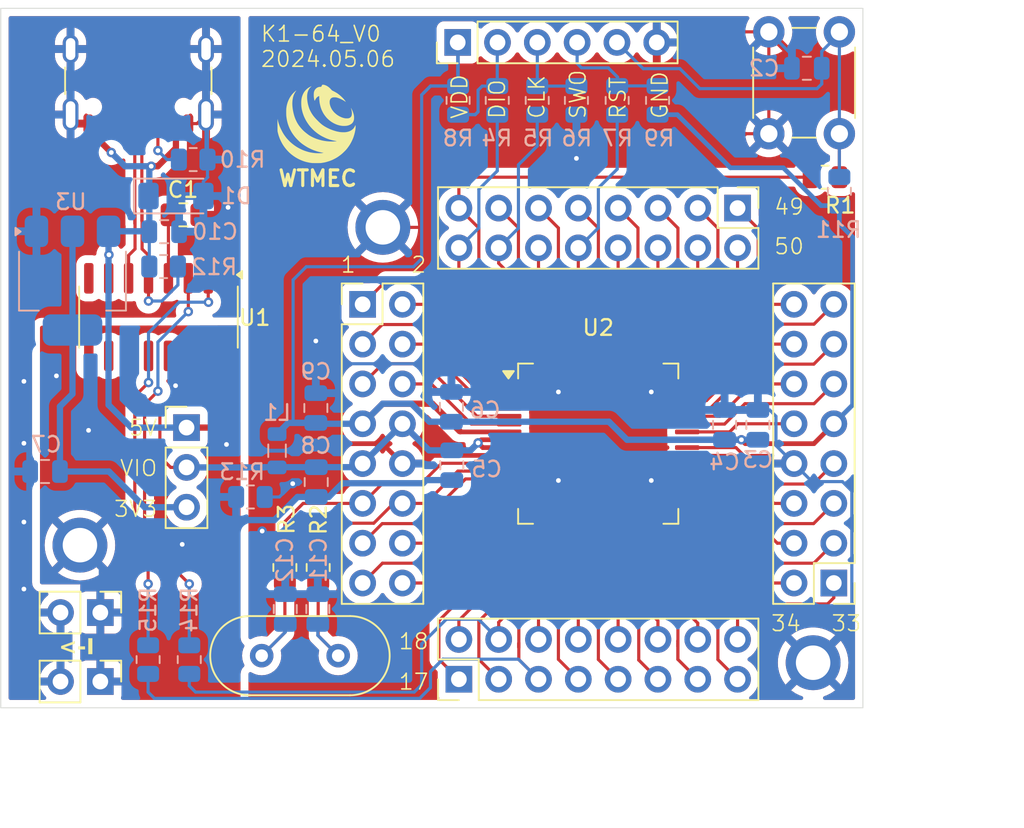
<source format=kicad_pcb>
(kicad_pcb (version 20240108) (generator "pcbnew") (generator_version "8.0")
  (layers (0 "F.Cu" signal) (31 "B.Cu" signal) (34 "B.Paste" user) (35 "F.Paste" user) (36 "B.SilkS" user "B.Silkscreen") (37 "F.SilkS" user "F.Silkscreen") (38 "B.Mask" user) (39 "F.Mask" user) (44 "Edge.Cuts" user))
  (net 0 "")
  (net 1 "VDD")
  (net 2 "GNDD")
  (net 3 "VDDA")
  (net 4 "GNDA")
  (net 5 "VBUS")
  (net 6 "Net-(C11-Pad1)")
  (net 7 "/MCU/RESET")
  (net 8 "/JTAG/SWCLK")
  (net 9 "/JTAG/SWO")
  (net 10 "/JTAG/SWDIO")
  (net 11 "/MCU/PTB6")
  (net 12 "/MCU/PTE3")
  (net 13 "/MCU/PTE11")
  (net 14 "/MCU/PTE5")
  (net 15 "/MCU/PTE4")
  (net 16 "/MCU/PTE10")
  (net 17 "/MCU/PTD1")
  (net 18 "/MCU/PTE9")
  (net 19 "/MCU/PTD0")
  (net 20 "/MCU/PTB7")
  (net 21 "/MCU/PTD16")
  (net 22 "/MCU/PTD15")
  (net 23 "/MCU/PTC14")
  (net 24 "/MCU/PTB3")
  (net 25 "/MCU/PTB2")
  (net 26 "/MCU/PTB5")
  (net 27 "/MCU/PTC2")
  (net 28 "/MCU/PTD7")
  (net 29 "/MCU/PTC16")
  (net 30 "/MCU/PTB4")
  (net 31 "/MCU/PTC3")
  (net 32 "/MCU/PTC1")
  (net 33 "/MCU/PTC15")
  (net 34 "/MCU/PTD5")
  (net 35 "/MCU/PTE8")
  (net 36 "/MCU/PTD6")
  (net 37 "/MCU/PTC0")
  (net 38 "/MCU/PTC17")
  (net 39 "/MCU/PTB12")
  (net 40 "/MCU/PTD3")
  (net 41 "/MCU/PTA3")
  (net 42 "/MCU/PTC8")
  (net 43 "/MCU/PTD4")
  (net 44 "/MCU/PTD2")
  (net 45 "/MCU/PTC9")
  (net 46 "/MCU/PTE7")
  (net 47 "/MCU/PTB0")
  (net 48 "/MCU/PTA6")
  (net 49 "/MCU/PTB1")
  (net 50 "/MCU/PTB13")
  (net 51 "/MCU/PTA7")
  (net 52 "/MCU/PTA2")
  (net 53 "/MCU/PTA1")
  (net 54 "/MCU/PTA0")
  (net 55 "/MCU/PTA10")
  (net 56 "/MCU/PTA5")
  (net 57 "/MCU/PTE6")
  (net 58 "/MCU/PTC5")
  (net 59 "/MCU/PTE1")
  (net 60 "/MCU/PTE0")
  (net 61 "/MCU/PTA4")
  (net 62 "/MCU/PTC7")
  (net 63 "/MCU/PTC6")
  (net 64 "/MCU/PTA13")
  (net 65 "/MCU/PTA12")
  (net 66 "/MCU/PTC4")
  (net 67 "/MCU/PTE2")
  (net 68 "/MCU/PTA11")
  (net 69 "Net-(P1-CC)")
  (net 71 "/MCU/UART_RX")
  (net 72 "/MCU/UART_TX")
  (net 73 "Net-(C12-Pad1)")
  (net 74 "Net-(U1-V3)")
  (net 75 "/USBUART/UD+")
  (net 76 "/USBUART/UD-")
  (net 77 "/USBUART/OGND")
  (net 78 "Net-(JP1-B)")
  (footprint "Connector_PinHeader_2.54mm:PinHeader_1x06_P2.54mm_Vertical" (layer "F.Cu") (at 143.31 81.225 90)
    (property "Reference" "J1" (hide yes))
    (property "Value" "~" (hide yes))
  )
  (footprint "Connector_USB:USB_C_Receptacle_GCT_USB4105-xx-A_16P_TopMnt_Horizontal" (layer "F.Cu") (at 122.9338 82.725 180)
    (property "Reference" "P1" (hide yes))
    (property "Value" "USB_C_Plug_USB2.0" (hide yes))
  )
  (footprint "Capacitor_SMD:C_0805_2012Metric" (layer "F.Cu") (at 125.81 92.225)
    (property "Reference" "C1")
    (property "Value" "0.1uF" (hide yes))
  )
  (footprint "Resistor_SMD:R_0805_2012Metric" (layer "F.Cu") (at 134.41 114.725 -90)
    (property "Reference" "R2")
    (property "Value" "0" (hide yes))
  )
  (footprint "Connector_PinHeader_2.54mm:PinHeader_2x08_P2.54mm_Vertical" (layer "F.Cu") (at 137.245 97.935)
    (property "Reference" "J2" (hide yes))
    (property "Value" "Conn_01x16_Pin" (hide yes))
  )
  (footprint "Resistor_SMD:R_0805_2012Metric" (layer "F.Cu") (at 132.285 114.725 -90)
    (property "Reference" "R3")
    (property "Value" "0" (hide yes))
  )
  (footprint "Connector_PinHeader_2.54mm:PinHeader_1x02_P2.54mm_Vertical" (layer "F.Cu") (at 120.51 122 -90)
    (property "Reference" "JP2" (hide yes))
    (property "Value" "TPI" (hide yes))
  )
  (footprint "Connector_PinHeader_2.54mm:PinHeader_2x08_P2.54mm_Vertical" (layer "F.Cu") (at 161.165 91.795 -90)
    (property "Reference" "J3" (hide yes))
    (property "Value" "Conn_01x16_Pin" (hide yes))
  )
  (footprint "MountingHole:MountingHole_2.2mm_M2_ISO7380_Pad" (layer "F.Cu") (at 119.21 113.3)
    (property "Reference" "H1" (hide yes))
    (property "Value" "Conn_01x01_Pin" (hide yes))
  )
  (footprint "Connector_PinHeader_2.54mm:PinHeader_1x03_P2.54mm_Vertical" (layer "F.Cu") (at 126.01 105.8)
    (property "Reference" "JP1" (hide yes))
    (property "Value" "Jumper_3_Open" (hide yes))
  )
  (footprint "Connector_PinHeader_2.54mm:PinHeader_1x02_P2.54mm_Vertical" (layer "F.Cu") (at 120.51 117.6 -90)
    (property "Reference" "JP3" (hide yes))
    (property "Value" "JPI" (hide yes))
  )
  (footprint "Connector_PinHeader_2.54mm:PinHeader_2x08_P2.54mm_Vertical" (layer "F.Cu") (at 143.385 121.855 90)
    (property "Reference" "J4" (hide yes))
    (property "Value" "Conn_01x16_Pin" (hide yes))
  )
  (footprint "Button_Switch_THT:SW_PUSH_6mm_H4.3mm" (layer "F.Cu") (at 163.16 87.05 90)
    (property "Reference" "SW1" (hide yes))
    (property "Value" "KEY" (hide yes))
  )
  (footprint "MountingHole:MountingHole_2.2mm_M2_ISO7380_Pad" (layer "F.Cu") (at 165.985 120.8)
    (property "Reference" "H3" (hide yes))
    (property "Value" "Conn_01x01_Pin" (hide yes))
  )
  (footprint "Resistor_SMD:R_0805_2012Metric" (layer "F.Cu") (at 166.7475 89.825 180)
    (property "Reference" "R1")
    (property "Value" "0" (hide yes))
  )
  (footprint "Package_SO:SOIC-16_3.9x9.9mm_P1.27mm" (layer "F.Cu") (at 124.22 98.75 -90)
    (property "Reference" "U1")
    (property "Value" "CH343G" (hide yes))
  )
  (footprint "Crystal:Crystal_HC49-4H_Vertical" (layer "F.Cu") (at 135.685 120.35 180)
    (property "Reference" "Y1" (hide yes))
    (property "Value" "8M" (hide yes))
  )
  (footprint "MountingHole:MountingHole_2.2mm_M2_ISO7380_Pad" (layer "F.Cu") (at 138.535 93.025)
    (property "Reference" "H2" (hide yes))
    (property "Value" "Conn_01x01_Pin" (hide yes))
  )
  (footprint "Package_QFP:LQFP-64_10x10mm_P0.5mm" (layer "F.Cu") (at 152.275 106.825)
    (property "Reference" "U2")
    (property "Value" "FS32K144HAT0MLHT")
  )
  (footprint "WTMEC:WTLogo" (layer "F.Cu") (at 134.31 86.425)
    (property "Reference" "G***" (hide yes))
    (property "Value" "LOGO" (hide yes))
  )
  (footprint "Connector_PinHeader_2.54mm:PinHeader_2x08_P2.54mm_Vertical" (layer "F.Cu") (at 167.305 115.715 180)
    (property "Reference" "J5" (hide yes))
    (property "Value" "Conn_01x16_Pin" (hide yes))
  )
  (footprint "Inductor_SMD:L_0805_2012Metric" (layer "B.Cu") (at 131.785 107.275 -90)
    (property "Reference" "L1")
    (property "Value" "L" (hide yes))
  )
  (footprint "Resistor_SMD:R_0805_2012Metric" (layer "B.Cu") (at 145.835 84.925 -90)
    (property "Reference" "R4")
    (property "Value" "0" (hide yes))
  )
  (footprint "Capacitor_SMD:C_0805_2012Metric" (layer "B.Cu") (at 162.46 105.625 90)
    (property "Reference" "C3")
    (property "Value" "0.1uF" (hide yes))
  )
  (footprint "Resistor_SMD:R_0805_2012Metric" (layer "B.Cu") (at 124.5475 95.525 180)
    (property "Reference" "R12")
    (property "Value" "1.5K" (hide yes))
  )
  (footprint "Capacitor_SMD:C_0805_2012Metric" (layer "B.Cu") (at 116.985 108.6 180)
    (property "Reference" "C7")
    (property "Value" "1uF" (hide yes))
  )
  (footprint "Capacitor_SMD:C_0805_2012Metric" (layer "B.Cu") (at 160.335 105.625 90)
    (property "Reference" "C4")
    (property "Value" "10uF" (hide yes))
  )
  (footprint "Resistor_SMD:R_0805_2012Metric" (layer "B.Cu") (at 148.385 84.925 -90)
    (property "Reference" "R5")
    (property "Value" "0" (hide yes))
  )
  (footprint "Resistor_SMD:R_0805_2012Metric" (layer "B.Cu") (at 130.085 110.225)
    (property "Reference" "R13")
    (property "Value" "0" (hide yes))
  )
  (footprint "Resistor_SMD:R_0805_2012Metric" (layer "B.Cu") (at 150.885 84.925 -90)
    (property "Reference" "R6")
    (property "Value" "10K" (hide yes))
  )
  (footprint "Diode_SMD:D_MiniMELF" (layer "B.Cu") (at 125.335 91.025)
    (property "Reference" "D1")
    (property "Value" "ZMM5V1" (hide yes))
  )
  (footprint "Resistor_SMD:R_0805_2012Metric" (layer "B.Cu") (at 153.485 84.925 -90)
    (property "Reference" "R7")
    (property "Value" "0" (hide yes))
  )
  (footprint "Resistor_SMD:R_0805_2012Metric" (layer "B.Cu") (at 126.185 120.6 -90)
    (property "Reference" "R14")
    (property "Value" "0" (hide yes))
  )
  (footprint "Resistor_SMD:R_0805_2012Metric" (layer "B.Cu") (at 143.335 84.925 -90)
    (property "Reference" "R8")
    (property "Value" "10K" (hide yes))
  )
  (footprint "Resistor_SMD:R_0805_2012Metric" (layer "B.Cu") (at 156.06 84.925 90)
    (property "Reference" "R9")
    (property "Value" "10K" (hide yes))
  )
  (footprint "Capacitor_SMD:C_0805_2012Metric" (layer "B.Cu") (at 165.585 82.875 180)
    (property "Reference" "C2")
    (property "Value" "0.1uF" (hide yes))
  )
  (footprint "Capacitor_SMD:C_0805_2012Metric" (layer "B.Cu") (at 134.285 109.275 -90)
    (property "Reference" "C8")
    (property "Value" "10uF" (hide yes))
  )
  (footprint "Resistor_SMD:R_0805_2012Metric" (layer "B.Cu") (at 167.66 90.725 90)
    (property "Reference" "R11")
    (property "Value" "10K" (hide yes))
  )
  (footprint "Capacitor_SMD:C_0805_2012Metric" (layer "B.Cu") (at 134.26 104.55 90)
    (property "Reference" "C9")
    (property "Value" "10uF" (hide yes))
  )
  (footprint "Resistor_SMD:R_0805_2012Metric" (layer "B.Cu") (at 123.56 120.6 -90)
    (property "Reference" "R15")
    (property "Value" "0" (hide yes))
  )
  (footprint "Package_TO_SOT_SMD:SOT-223-3_TabPin2" (layer "B.Cu") (at 118.735 96.425 -90)
    (property "Reference" "U3")
    (property "Value" "AMS1117-3.3" (hide yes))
  )
  (footprint "Capacitor_SMD:C_0805_2012Metric" (layer "B.Cu") (at 134.385 117.375 90)
    (property "Reference" "C11")
    (property "Value" "12p" (hide yes))
  )
  (footprint "Capacitor_SMD:C_0805_2012Metric" (layer "B.Cu") (at 142.935 108.2 -90)
    (property "Reference" "C5")
    (property "Value" "0.1uF" (hide yes))
  )
  (footprint "Capacitor_SMD:C_0805_2012Metric" (layer "B.Cu") (at 132.31 117.375 90)
    (property "Reference" "C12")
    (property "Value" "12p" (hide yes))
  )
  (footprint "Capacitor_SMD:C_0805_2012Metric" (layer "B.Cu") (at 142.91 104.475 90)
    (property "Reference" "C6")
    (property "Value" "0.1uF" (hide yes))
  )
  (footprint "Resistor_SMD:R_0805_2012Metric" (layer "B.Cu") (at 126.435 88.7)
    (property "Reference" "R10")
    (property "Value" "5.1K" (hide yes))
  )
  (footprint "Capacitor_SMD:C_0805_2012Metric" (layer "B.Cu") (at 124.585 93.3)
    (property "Reference" "C10")
    (property "Value" "1uF" (hide yes))
  )
  (gr_line (start 169.16 79.05) (end 114.16 79.05) (stroke (width 0.05)) (layer "Edge.Cuts"))
  (gr_line (start 114.16 123.675) (end 169.16 123.675) (stroke (width 0.05)) (layer "Edge.Cuts"))
  (gr_line (start 114.16 79.05) (end 114.16 123.675) (stroke (width 0.05)) (layer "Edge.Cuts"))
  (gr_line (start 169.16 123.675) (end 169.16 79.05) (stroke (width 0.05)) (layer "Edge.Cuts"))
  (gr_text "17" (at 139.485 122.6 0) (layer "F.SilkS") (effects (font (size 1 1) (thickness 0.1)) (justify left bottom)))
  (gr_text "VDD" (at 144.015 86.175 90) (layer "F.SilkS") (effects (font (size 1 1) (thickness 0.1)) (justify left bottom)))
  (gr_text "CLK" (at 148.94 86.175 90) (layer "F.SilkS") (effects (font (size 1 1) (thickness 0.1)) (justify left bottom)))
  (gr_text "34" (at 163.235 118.875 0) (layer "F.SilkS") (effects (font (size 1 1) (thickness 0.1)) (justify left bottom)))
  (gr_text "5V" (at 124.21 106.4 0) (layer "F.SilkS") (effects (font (size 1 1) (thickness 0.1)) (justify right bottom)))
  (gr_text "49" (at 163.435 92.3 0) (layer "F.SilkS") (effects (font (size 1 1) (thickness 0.1)) (justify left bottom)))
  (gr_text "1" (at 135.785 96 0) (layer "F.SilkS") (effects (font (size 1 1) (thickness 0.1)) (justify left bottom)))
  (gr_text "33" (at 167.085 118.875 0) (layer "F.SilkS") (effects (font (size 1 1) (thickness 0.1)) (justify left bottom)))
  (gr_text "DIO" (at 146.415 86.175 90) (layer "F.SilkS") (effects (font (size 1 1) (thickness 0.1)) (justify left bottom)))
  (gr_text "18" (at 139.485 120.025 0) (layer "F.SilkS") (effects (font (size 1 1) (thickness 0.1)) (justify left bottom)))
  (gr_text "VIO" (at 124.21 108.975 0) (layer "F.SilkS") (effects (font (size 1 1) (thickness 0.1)) (justify right bottom)))
  (gr_text "RST" (at 154.11 86.175 90) (layer "F.SilkS") (effects (font (size 1 1) (thickness 0.1)) (justify left bottom)))
  (gr_text "2" (at 140.285 96 0) (layer "F.SilkS") (effects (font (size 1 1) (thickness 0.1)) (justify left bottom)))
  (gr_text "GND" (at 156.79 86.175 90) (layer "F.SilkS") (effects (font (size 1 1) (thickness 0.1)) (justify left bottom)))
  (gr_text "K1-64_V0\n2024.05.06" (at 130.685 82.875 0) (layer "F.SilkS") (effects (font (size 1 1) (thickness 0.1)) (justify left bottom)))
  (gr_text "SWO" (at 151.56 86.175 90) (layer "F.SilkS") (effects (font (size 1 1) (thickness 0.1)) (justify left bottom)))
  (gr_text "50" (at 163.435 94.825 0) (layer "F.SilkS") (effects (font (size 1 1) (thickness 0.1)) (justify left bottom)))
  (gr_text "3V3" (at 124.21 111.575 0) (layer "F.SilkS") (effects (font (size 1 1) (thickness 0.1)) (justify right bottom)))
  (gr_text "<-I" (at 117.86 120.425 0) (layer "F.SilkS") (effects (font (size 1 1) (thickness 0.2) (bold yes)) (justify left bottom)))
  (segment (start 167.305 105.555) (end 166.035 106.825) (width 0.3) (layer "F.Cu") (net 1))
  (segment (start 161.66 106.825) (end 161.41 106.575) (width 0.3) (layer "F.Cu") (net 1))
  (segment (start 138.525 104.275) (end 137.245 105.555) (width 0.4) (layer "F.Cu") (net 1))
  (segment (start 141.485 104.275) (end 138.525 104.275) (width 0.4) (layer "F.Cu") (net 1))
  (segment (start 141.685 104.275) (end 143.435 106.025) (width 0.4) (layer "F.Cu") (net 1))
  (segment (start 141.485 104.275) (end 141.685 104.275) (width 0.4) (layer "F.Cu") (net 1))
  (segment (start 143.485 106.075) (end 143.435 106.025) (width 0.3) (layer "F.Cu") (net 1))
  (segment (start 161.41 106.575) (end 157.95 106.575) (width 0.3) (layer "F.Cu") (net 1))
  (segment (start 166.035 106.825) (end 161.66 106.825) (width 0.3) (layer "F.Cu") (net 1))
  (segment (start 146.6 106.075) (end 143.485 106.075) (width 0.3) (layer "F.Cu") (net 1))
  (via (at 161.41 106.575) (size 0.6) (drill 0.3) (layers "F.Cu" "B.Cu") (net 1))
  (segment (start 167.66 91.6375) (end 166.4975 91.6375) (width 0.3) (layer "B.Cu") (net 1))
  (segment (start 152.96 105.425) (end 142.91 105.425) (width 0.4) (layer "B.Cu") (net 1))
  (segment (start 167.305 105.555) (end 168.505 104.355) (width 0.3) (layer "B.Cu") (net 1))
  (segment (start 141.1225 84.4625) (end 141.01 84.575) (width 0.2) (layer "B.Cu") (net 1))
  (segment (start 143.335 84.0125) (end 141.5725 84.0125) (width 0.2) (layer "B.Cu") (net 1))
  (segment (start 141.01 95.025) (end 140.4975 95.5375) (width 0.2) (layer "B.Cu") (net 1))
  (segment (start 164.085 89.225) (end 160.71 89.225) (width 0.3) (layer "B.Cu") (net 1))
  (segment (start 132.4975 105.5) (end 131.785 106.2125) (width 0.4) (layer "B.Cu") (net 1))
  (segment (start 168.505 93.65) (end 167.66 92.805) (width 0.3) (layer "B.Cu") (net 1))
  (segment (start 140.36 104.275) (end 138.525 104.275) (width 0.4) (layer "B.Cu") (net 1))
  (segment (start 156.41 106.575) (end 162.085 106.575) (width 0.4) (layer "B.Cu") (net 1))
  (segment (start 134.315 105.555) (end 134.26 105.5) (width 0.2) (layer "B.Cu") (net 1))
  (segment (start 160.71 89.225) (end 157.3225 85.8375) (width 0.3) (layer "B.Cu") (net 1))
  (segment (start 157.3225 85.8375) (end 156.06 85.8375) (width 0.3) (layer "B.Cu") (net 1))
  (segment (start 143.31 81.225) (end 143.31 83.9875) (width 0.2) (layer "B.Cu") (net 1))
  (segment (start 143.335 84) (end 141.585 84) (width 0.2) (layer "B.Cu") (net 1))
  (segment (start 152.96 105.425) (end 154.11 106.575) (width 0.4) (layer "B.Cu") (net 1))
  (segment (start 141.01 84.575) (end 141.01 95.025) (width 0.2) (layer "B.Cu") (net 1))
  (segment (start 156.41 106.575) (end 161.41 106.575) (width 0.4) (layer "B.Cu") (net 1))
  (segment (start 154.11 106.575) (end 156.41 106.575) (width 0.4) (layer "B.Cu") (net 1))
  (segment (start 168.505 104.355) (end 168.505 93.65) (width 0.3) (layer "B.Cu") (net 1))
  (segment (start 141.585 84) (end 141.1225 84.4625) (width 0.2) (layer "B.Cu") (net 1))
  (segment (start 143.335 84.0125) (end 143.335 81.25) (width 0.2) (layer "B.Cu") (net 1))
  (segment (start 143.335 84) (end 143.335 81.25) (width 0.2) (layer "B.Cu") (net 1))
  (segment (start 134.26 105.5) (end 132.4975 105.5) (width 0.4) (layer "B.Cu") (net 1))
  (segment (start 132.81 96.375) (end 132.81 105.5) (width 0.2) (layer "B.Cu") (net 1))
  (segment (start 167.66 92.805) (end 167.66 91.6375) (width 0.3) (layer "B.Cu") (net 1))
  (segment (start 143.31 83.9875) (end 143.335 84.0125) (width 0.2) (layer "B.Cu") (net 1))
  (segment (start 143.335 81.25) (end 143.31 81.225) (width 0.2) (layer "B.Cu") (net 1))
  (segment (start 137.245 105.555) (end 134.315 105.555) (width 0.4) (layer "B.Cu") (net 1))
  (segment (start 132.81 105.5) (end 134.26 105.5) (width 0.4) (layer "B.Cu") (net 1))
  (segment (start 140.36 104.275) (end 141.51 105.425) (width 0.4) (layer "B.Cu") (net 1))
  (segment (start 164.085 89.225) (end 166.4975 91.6375) (width 0.3) (layer "B.Cu") (net 1))
  (segment (start 133.6475 95.5375) (end 132.81 96.375) (width 0.2) (layer "B.Cu") (net 1))
  (segment (start 141.5725 84.0125) (end 141.1225 84.4625) (width 0.2) (layer "B.Cu") (net 1))
  (segment (start 140.4975 95.5375) (end 133.6475 95.5375) (width 0.2) (layer "B.Cu") (net 1))
  (segment (start 141.51 105.425) (end 142.91 105.425) (width 0.4) (layer "B.Cu") (net 1))
  (segment (start 138.525 104.275) (end 137.245 105.555) (width 0.4) (layer "B.Cu") (net 1))
  (segment (start 133.185 105.925) (end 133.185 106.95) (width 0.2) (layer "F.Cu") (net 2))
  (segment (start 138.515 106.825) (end 139.785 108.095) (width 0.3) (layer "F.Cu") (net 2))
  (segment (start 130.835 112.4) (end 130.835 111.325) (width 0.2) (layer "F.Cu") (net 2))
  (segment (start 141.01 94.575) (end 141.01 93.025) (width 0.2) (layer "F.Cu") (net 2))
  (segment (start 132.785 109.375) (end 133.185 108.975) (width 0.2) (layer "F.Cu") (net 2))
  (segment (start 134.26 100.275) (end 134.26 96.35) (width 0.2) (layer "F.Cu") (net 2))
  (segment (start 162.081471 108.095) (end 164.765 108.095) (width 0.2) (layer "F.Cu") (net 2))
  (segment (start 163.16 87.05) (end 163.16 80.55) (width 0.2) (layer "F.Cu") (net 2))
  (segment (start 160.51 80.55) (end 159.835 81.225) (width 0.2) (layer "F.Cu") (net 2))
  (segment (start 132.785 109.425) (end 132.785 109.375) (width 0.2) (layer "F.Cu") (net 2))
  (segment (start 157.95 107.075) (end 161.061471 107.075) (width 0.2) (layer "F.Cu") (net 2))
  (segment (start 150.885 88.625) (end 160.135 88.625) (width 0.2) (layer "F.Cu") (net 2))
  (segment (start 163.16 80.55) (end 160.51 80.55) (width 0.2) (layer "F.Cu") (net 2))
  (segment (start 146.6 107.575) (end 141.755 107.575) (width 0.3) (layer "F.Cu") (net 2))
  (segment (start 161.061471 107.075) (end 162.081471 108.095) (width 0.2) (layer "F.Cu") (net 2))
  (segment (start 133.26 106.875) (end 133.185 106.95) (width 0.2) (layer "F.Cu") (net 2))
  (segment (start 141.235 108.095) (end 139.785 108.095) (width 0.3) (layer "F.Cu") (net 2))
  (segment (start 142.21 88.625) (end 141.01 89.825) (width 0.2) (layer "F.Cu") (net 2))
  (segment (start 133.185 108.975) (end 133.185 105.925) (width 0.2) (layer "F.Cu") (net 2))
  (segment (start 133.26 106.825) (end 138.515 106.825) (width 0.3) (layer "F.Cu") (net 2))
  (segment (start 133.185 101.35) (end 133.185 105.925) (width 0.2) (layer "F.Cu") (net 2))
  (segment (start 139.9225 95.6625) (end 141.01 94.575) (width 0.2) (layer "F.Cu") (net 2))
  (segment (start 141.755 107.575) (end 141.235 108.095) (width 0.3) (layer "F.Cu") (net 2))
  (segment (start 150.885 88.625) (end 142.21 88.625) (width 0.2) (layer "F.Cu") (net 2))
  (segment (start 134.26 96.35) (end 134.9475 95.6625) (width 0.2) (layer "F.Cu") (net 2))
  (segment (start 156.01 81.225) (end 159.835 81.225) (width 0.2) (layer "F.Cu") (net 2))
  (segment (start 134.9475 95.6625) (end 139.9225 95.6625) (width 0.2) (layer "F.Cu") (net 2))
  (segment (start 141.01 89.825) (end 141.01 93.025) (width 0.2) (layer "F.Cu") (net 2))
  (segment (start 138.535 93.025) (end 141.01 93.025) (width 0.2) (layer "F.Cu") (net 2))
  (segment (start 161.71 87.05) (end 163.31 87.05) (width 0.2) (layer "F.Cu") (net 2))
  (segment (start 160.135 88.625) (end 161.71 87.05) (width 0.2) (layer "F.Cu") (net 2))
  (segment (start 130.835 111.325) (end 132.785 109.375) (width 0.2) (layer "F.Cu") (net 2))
  (segment (start 134.26 100.275) (end 133.185 101.35) (width 0.2) (layer "F.Cu") (net 2))
  (via (at 150.885 88.625) (size 0.6) (drill 0.3) (layers "F.Cu" "B.Cu") (net 2))
  (via (at 130.835 112.4) (size 0.6) (drill 0.3) (layers "F.Cu" "B.Cu") (net 2))
  (via (at 134.26 100.275) (size 0.6) (drill 0.3) (layers "F.Cu" "B.Cu") (net 2))
  (via (at 132.785 109.375) (size 0.6) (drill 0.3) (layers "F.Cu" "B.Cu") (net 2))
  (via (at 149.735 103.525) (size 0.6) (drill 0.3) (layers "F.Cu" "B.Cu") (net 2))
  (via (at 155.66 103.525) (size 0.6) (drill 0.3) (layers "F.Cu" "B.Cu") (net 2))
  (via (at 155.66 109.175) (size 0.6) (drill 0.3) (layers "F.Cu" "B.Cu") (net 2))
  (via (at 149.735 109.175) (size 0.6) (drill 0.3) (layers "F.Cu" "B.Cu") (net 2))
  (segment (start 155.61 103.525) (end 155.66 103.575) (width 0.2) (layer "B.Cu") (net 2))
  (segment (start 132.785 109.375) (end 131.935 110.225) (width 0.2) (layer "B.Cu") (net 2))
  (segment (start 162.46 104.675) (end 156.81 104.675) (width 0.2) (layer "B.Cu") (net 2))
  (segment (start 130.835 112.4) (end 130.835 115.075) (width 0.2) (layer "B.Cu") (net 2))
  (segment (start 130.835 115.875) (end 131.385 116.425) (width 0.2) (layer "B.Cu") (net 2))
  (segment (start 164.765 108.095) (end 163.615 106.945) (width 0.2) (layer "B.Cu") (net 2))
  (segment (start 131.935 110.225) (end 130.9975 110.225) (width 0.2) (layer "B.Cu") (net 2))
  (segment (start 149.785 103.525) (end 155.61 103.525) (width 0.2) (layer "B.Cu") (net 2))
  (segment (start 164.635 82.025) (end 164.635 82.875) (width 0.2) (layer "B.Cu") (net 2))
  (segment (start 156.81 104.675) (end 155.66 103.525) (width 0.2) (layer "B.Cu") (net 2))
  (segment (start 142.21 101.725) (end 134.2825 101.725) (width 0.2) (layer "B.Cu") (net 2))
  (segment (start 130.985 112.55) (end 130.835 112.4) (width 0.2) (layer "B.Cu") (net 2))
  (segment (start 150.885 88.625) (end 150.885 85.8375) (width 0.2) (layer "B.Cu") (net 2))
  (segment (start 149.735 103.575) (end 149.785 103.525) (width 0.2) (layer "B.Cu") (net 2))
  (segment (start 142.91 102.425) (end 142.21 101.725) (width 0.2) (layer "B.Cu") (net 2))
  (segment (start 142.91 103.525) (end 142.91 102.425) (width 0.2) (layer "B.Cu") (net 2))
  (segment (start 155.66 103.575) (end 155.71 103.525) (width 0.2) (layer "B.Cu") (net 2))
  (segment (start 165.915 109.245) (end 164.765 108.095) (width 0.2) (layer "B.Cu") (net 2))
  (segment (start 168.455 118.33) (end 168.455 109.845) (width 0.2) (layer "B.Cu") (net 2))
  (segment (start 167.855 109.245) (end 165.915 109.245) (width 0.2) (layer "B.Cu") (net 2))
  (segment (start 149.685 103.525) (end 149.735 103.575) (width 0.2) (layer "B.Cu") (net 2))
  (segment (start 134.385 116.425) (end 131.385 116.425) (width 0.2) (layer "B.Cu") (net 2))
  (segment (start 165.985 120.8) (end 168.455 118.33) (width 0.2) (layer "B.Cu") (net 2))
  (segment (start 130.835 115.075) (end 130.835 115.875) (width 0.2) (layer "B.Cu") (net 2))
  (segment (start 163.615 105.08) (end 163.21 104.675) (width 0.2) (layer "B.Cu") (net 2))
  (segment (start 163.16 80.55) (end 164.635 82.025) (width 0.2) (layer "B.Cu") (net 2))
  (segment (start 163.615 106.945) (end 163.615 105.08) (width 0.2) (layer "B.Cu") (net 2))
  (segment (start 134.26 103.6) (end 134.26 100.275) (width 0.2) (layer "B.Cu") (net 2))
  (segment (start 142.91 103.525) (end 149.685 103.525) (width 0.2) (layer "B.Cu") (net 2))
  (segment (start 163.21 104.675) (end 162.46 104.675) (width 0.2) (layer "B.Cu") (net 2))
  (segment (start 168.455 109.845) (end 167.855 109.245) (width 0.2) (layer "B.Cu") (net 2))
  (segment (start 144.91 107.075) (end 144.61 106.775) (width 0.3) (layer "F.Cu") (net 3))
  (segment (start 144.81 106.575) (end 144.61 106.775) (width 0.2) (layer "F.Cu") (net 3))
  (segment (start 126.86 104.05) (end 125.06 104.05) (width 0.2) (layer "F.Cu") (net 3))
  (segment (start 146.6 107.075) (end 144.91 107.075) (width 0.3) (layer "F.Cu") (net 3))
  (segment (start 127.395 103.515) (end 126.86 104.05) (width 0.2) (layer "F.Cu") (net 3))
  (segment (start 125 108.34) (end 124.31 107.65) (width 0.2) (layer "F.Cu") (net 3))
  (segment (start 126.01 108.34) (end 125 108.34) (width 0.2) (layer "F.Cu") (net 3))
  (segment (start 124.31 104.8) (end 124.31 107.65) (width 0.2) (layer "F.Cu") (net 3))
  (segment (start 125.06 104.05) (end 124.31 104.8) (width 0.2) (layer "F.Cu") (net 3))
  (segment (start 146.6 107.075) (end 146.6 106.575) (width 0.3) (layer "F.Cu") (net 3))
  (segment (start 127.395 101.225) (end 127.395 103.515) (width 0.2) (layer "F.Cu") (net 3))
  (segment (start 146.6 106.575) (end 144.81 106.575) (width 0.3) (layer "F.Cu") (net 3))
  (via (at 144.61 106.775) (size 0.6) (drill 0.3) (layers "F.Cu" "B.Cu") (net 3))
  (segment (start 130.9725 108.325) (end 130.9575 108.34) (width 0.4) (layer "B.Cu") (net 3))
  (segment (start 130.9575 108.34) (end 126.01 108.34) (width 0.4) (layer "B.Cu") (net 3))
  (segment (start 134.285 108.325) (end 130.9725 108.325) (width 0.4) (layer "B.Cu") (net 3))
  (segment (start 144.135 107.25) (end 144.61 106.775) (width 0.4) (layer "B.Cu") (net 3))
  (segment (start 142.935 107.25) (end 141.48 107.25) (width 0.4) (layer "B.Cu") (net 3))
  (segment (start 137.015 108.325) (end 137.245 108.095) (width 0.4) (layer "B.Cu") (net 3))
  (segment (start 139.785 105.555) (end 137.245 108.095) (width 0.4) (layer "B.Cu") (net 3))
  (segment (start 142.935 107.25) (end 144.135 107.25) (width 0.4) (layer "B.Cu") (net 3))
  (segment (start 134.285 108.325) (end 137.015 108.325) (width 0.4) (layer "B.Cu") (net 3))
  (segment (start 141.48 107.25) (end 139.785 105.555) (width 0.4) (layer "B.Cu") (net 3))
  (via (at 125.31 103.125) (size 0.6) (drill 0.3) (layers "F.Cu" "B.Cu") (net 4))
  (via (at 119.76 105.975) (size 0.6) (drill 0.3) (layers "F.Cu" "B.Cu") (net 4))
  (via (at 128.56 106.875) (size 0.6) (drill 0.3) (layers "F.Cu" "B.Cu") (net 4))
  (via (at 117.71 102.5) (size 0.6) (drill 0.3) (layers "F.Cu" "B.Cu") (net 4))
  (via (at 125.735 113.25) (size 0.6) (drill 0.3) (layers "F.Cu" "B.Cu") (net 4))
  (segment (start 129.185 111.7) (end 131.615394 111.7) (width 0.4) (layer "B.Cu") (net 4))
  (segment (start 125.735 113.25) (end 125.685 113.2) (width 0.4) (layer "B.Cu") (net 4))
  (segment (start 129.1725 110.225) (end 129.1725 111.6875) (width 0.4) (layer "B.Cu") (net 4))
  (segment (start 122.91 113.2) (end 120.51 115.6) (width 0.4) (layer "B.Cu") (net 4))
  (segment (start 120.51 114.6) (end 119.21 113.3) (width 0.2) (layer "B.Cu") (net 4))
  (segment (start 141.1 109.35) (end 135.96 109.35) (width 0.4) (layer "B.Cu") (net 4))
  (segment (start 129.185 111.7) (end 128.285 111.7) (width 0.4) (layer "B.Cu") (net 4))
  (segment (start 120.5 117.665) (end 120.485 117.65) (width 0.2) (layer "B.Cu") (net 4))
  (segment (start 125.785 113.2) (end 125.735 113.25) (width 0.4) (layer "B.Cu") (net 4))
  (segment (start 135.96 109.35) (end 135.085 110.225) (width 0.4) (layer "B.Cu") (net 4))
  (segment (start 125.685 113.2) (end 122.91 113.2) (width 0.4) (layer "B.Cu") (net 4))
  (segment (start 128.285 111.7) (end 126.785 113.2) (width 0.4) (layer "B.Cu") (net 4))
  (segment (start 141.3 109.15) (end 141.1 109.35) (width 0.4) (layer "B.Cu") (net 4))
  (segment (start 135.085 110.225) (end 134.285 110.225) (width 0.4) (layer "B.Cu") (net 4))
  (segment (start 133.090394 110.225) (end 134.285 110.225) (width 0.4) (layer "B.Cu") (net 4))
  (segment (start 126.785 113.2) (end 125.785 113.2) (width 0.4) (layer "B.Cu") (net 4))
  (segment (start 128.980156 110.032656) (end 129.1725 110.225) (width 0.2) (layer "B.Cu") (net 4))
  (segment (start 120.5 122) (end 120.5 117.665) (width 0.4) (layer "B.Cu") (net 4))
  (segment (start 120.51 117.6) (end 120.51 115.6) (width 0.4) (layer "B.Cu") (net 4))
  (segment (start 142.935 109.15) (end 141.3 109.15) (width 0.4) (layer "B.Cu") (net 4))
  (segment (start 120.51 115.6) (end 120.51 114.6) (width 0.2) (layer "B.Cu") (net 4))
  (segment (start 131.615394 111.7) (end 133.090394 110.225) (width 0.4) (layer "B.Cu") (net 4))
  (segment (start 129.1725 111.6875) (end 129.185 111.7) (width 0.4) (layer "B.Cu") (net 4))
  (segment (start 120.5338 87.5738) (end 120.5338 86.405) (width 0.4) (layer "F.Cu") (net 5))
  (segment (start 128.665 104.97) (end 128.665 101.225) (width 0.4) (layer "F.Cu") (net 5))
  (segment (start 124.17495 89.125) (end 125.3338 87.96615) (width 0.4) (layer "F.Cu") (net 5))
  (segment (start 126.01 105.8) (end 127.835 105.8) (width 0.4) (layer "F.Cu") (net 5))
  (segment (start 125.3338 87.96615) (end 125.3338 86.405) (width 0.4) (layer "F.Cu") (net 5))
  (segment (start 127.835 105.8) (end 128.665 104.97) (width 0.4) (layer "F.Cu") (net 5))
  (segment (start 121.045 94.79) (end 121.06 94.775) (width 0.2) (layer "F.Cu") (net 5))
  (segment (start 123.7588 89.125) (end 124.17495 89.125) (width 0.4) (layer "F.Cu") (net 5))
  (segment (start 121.045 96.275) (end 121.045 94.79) (width 0.2) (layer "F.Cu") (net 5))
  (segment (start 121.21 88.25) (end 120.5338 87.5738) (width 0.4) (layer "F.Cu") (net 5))
  (via (at 121.06 94.775) (size 0.6) (drill 0.3) (layers "F.Cu" "B.Cu") (net 5))
  (via (at 121.21 88.25) (size 0.6) (drill 0.3) (layers "F.Cu" "B.Cu") (net 5))
  (via (at 123.7588 89.125) (size 0.6) (drill 0.3) (layers "F.Cu" "B.Cu") (net 5))
  (segment (start 121.035 94.8) (end 121.035 104.35) (width 0.4) (layer "B.Cu") (net 5))
  (segment (start 123.635 95.525) (end 123.635 93.3) (width 0.2) (layer "B.Cu") (net 5))
  (segment (start 121.035 93.275) (end 123.61 93.275) (width 0.4) (layer "B.Cu") (net 5))
  (segment (start 121.035 94.75) (end 121.035 93.275) (width 0.4) (layer "B.Cu") (net 5))
  (segment (start 123.61 93.275) (end 123.635 93.3) (width 0.2) (layer "B.Cu") (net 5))
  (segment (start 126.01 105.8) (end 122.485 105.8) (width 0.4) (layer "B.Cu") (net 5))
  (segment (start 121.06 94.775) (end 121.035 94.75) (width 0.4) (layer "B.Cu") (net 5))
  (segment (start 123.635 89.2488) (end 123.635 93.3) (width 0.4) (layer "B.Cu") (net 5))
  (segment (start 123.7588 89.125) (end 123.635 89.2488) (width 0.4) (layer "B.Cu") (net 5))
  (segment (start 121.035 94.8) (end 121.06 94.775) (width 0.4) (layer "B.Cu") (net 5))
  (segment (start 122.485 105.8) (end 121.035 104.35) (width 0.4) (layer "B.Cu") (net 5))
  (segment (start 122.085 89.125) (end 123.7588 89.125) (width 0.4) (layer "B.Cu") (net 5))
  (segment (start 121.21 88.25) (end 122.085 89.125) (width 0.4) (layer "B.Cu") (net 5))
  (segment (start 134.41 115.6375) (end 134.41 119.075) (width 0.2) (layer "F.Cu") (net 6))
  (segment (start 134.41 119.075) (end 135.685 120.35) (width 0.2) (layer "F.Cu") (net 6))
  (segment (start 134.385 118.325) (end 134.385 119.05) (width 0.2) (layer "B.Cu") (net 6))
  (segment (start 134.385 119.05) (end 135.685 120.35) (width 0.2) (layer "B.Cu") (net 6))
  (segment (start 167.66 87.05) (end 167.66 89.825) (width 0.2) (layer "F.Cu") (net 7))
  (segment (start 155.145 82.9) (end 157.485 82.9) (width 0.2) (layer "B.Cu") (net 7))
  (segment (start 167.66 80.55) (end 167.66 87.05) (width 0.2) (layer "B.Cu") (net 7))
  (segment (start 166.235 84.175) (end 158.76 84.175) (width 0.2) (layer "B.Cu") (net 7))
  (segment (start 167.66 80.55) (end 167.66 80.675) (width 0.2) (layer "B.Cu") (net 7))
  (segment (start 166.535 81.8) (end 166.535 82.875) (width 0.2) (layer "B.Cu") (net 7))
  (segment (start 158.76 84.175) (end 157.485 82.9) (width 0.2) (layer "B.Cu") (net 7))
  (segment (start 167.66 80.675) (end 166.535 81.8) (width 0.2) (layer "B.Cu") (net 7))
  (segment (start 153.47 81.225) (end 155.145 82.9) (width 0.2) (layer "B.Cu") (net 7))
  (segment (start 166.535 82.875) (end 166.535 83.875) (width 0.2) (layer "B.Cu") (net 7))
  (segment (start 166.535 83.875) (end 166.235 84.175) (width 0.2) (layer "B.Cu") (net 7))
  (segment (start 167.66 89.825) (end 167.66 87.05) (width 0.2) (layer "B.Cu") (net 7))
  (segment (start 150.885 84.0125) (end 148.385 84.0125) (width 0.2) (layer "B.Cu") (net 8))
  (segment (start 148.39 84.0075) (end 148.385 84.0125) (width 0.2) (layer "B.Cu") (net 8))
  (segment (start 148.39 81.225) (end 148.39 84.0075) (width 0.2) (layer "B.Cu") (net 8))
  (segment (start 150.93 82.57) (end 151.21 82.85) (width 0.2) (layer "B.Cu") (net 9))
  (segment (start 153.51 83.4425) (end 152.9175 82.85) (width 0.2) (layer "B.Cu") (net 9))
  (segment (start 153.51 83.4425) (end 153.51 84) (width 0.2) (layer "B.Cu") (net 9))
  (segment (start 152.9175 82.85) (end 151.21 82.85) (width 0.2) (layer "B.Cu") (net 9))
  (segment (start 150.93 81.225) (end 150.93 82.57) (width 0.2) (layer "B.Cu") (net 9))
  (segment (start 156.06 84) (end 153.51 84) (width 0.2) (layer "B.Cu") (net 9))
  (segment (start 144.61 84.275) (end 144.8725 84.0125) (width 0.2) (layer "B.Cu") (net 10))
  (segment (start 144.61 85.65) (end 144.61 84.275) (width 0.2) (layer "B.Cu") (net 10))
  (segment (start 145.835 81.24) (end 145.85 81.225) (width 0.2) (layer "B.Cu") (net 10))
  (segment (start 144.435 85.825) (end 144.61 85.65) (width 0.2) (layer "B.Cu") (net 10))
  (segment (start 145.835 84.0125) (end 145.835 81.24) (width 0.2) (layer "B.Cu") (net 10))
  (segment (start 143.335 85.8375) (end 144.4225 85.8375) (width 0.2) (layer "B.Cu") (net 10))
  (segment (start 143.335 85.825) (end 144.435 85.825) (width 0.2) (layer "B.Cu") (net 10))
  (segment (start 144.4225 85.8375) (end 144.61 85.65) (width 0.2) (layer "B.Cu") (net 10))
  (segment (start 144.8725 84.0125) (end 145.835 84.0125) (width 0.2) (layer "B.Cu") (net 10))
  (segment (start 139.219314 110.635) (end 139.785 110.635) (width 0.2) (layer "F.Cu") (net 11))
  (segment (start 135.185 111.9) (end 137.954314 111.9) (width 0.2) (layer "F.Cu") (net 11))
  (segment (start 146.6 108.575) (end 143.32 108.575) (width 0.2) (layer "F.Cu") (net 11))
  (segment (start 135.185 111.9) (end 134.41 112.675) (width 0.2) (layer "F.Cu") (net 11))
  (segment (start 139.785 110.635) (end 141.26 110.635) (width 0.2) (layer "F.Cu") (net 11))
  (segment (start 143.32 108.575) (end 141.26 110.635) (width 0.2) (layer "F.Cu") (net 11))
  (segment (start 134.41 112.675) (end 134.41 113.8125) (width 0.2) (layer "F.Cu") (net 11))
  (segment (start 137.954314 111.9) (end 139.219314 110.635) (width 0.2) (layer "F.Cu") (net 11))
  (segment (start 143.81 109.075) (end 140.96 111.925) (width 0.2) (layer "F.Cu") (net 12))
  (segment (start 138.495 111.925) (end 140.96 111.925) (width 0.2) (layer "F.Cu") (net 12))
  (segment (start 137.245 113.175) (end 138.495 111.925) (width 0.2) (layer "F.Cu") (net 12))
  (segment (start 146.6 109.075) (end 143.81 109.075) (width 0.2) (layer "F.Cu") (net 12))
  (segment (start 141.16 99.225) (end 142.16 100.225) (width 0.2) (layer "F.Cu") (net 13))
  (segment (start 142.16 100.968628) (end 145.266372 104.075) (width 0.2) (layer "F.Cu") (net 13))
  (segment (start 137.245 100.475) (end 138.495 99.225) (width 0.2) (layer "F.Cu") (net 13))
  (segment (start 138.495 99.225) (end 141.16 99.225) (width 0.2) (layer "F.Cu") (net 13))
  (segment (start 142.16 100.225) (end 142.16 100.968628) (width 0.2) (layer "F.Cu") (net 13))
  (segment (start 145.266372 104.075) (end 146.6 104.075) (width 0.2) (layer "F.Cu") (net 13))
  (segment (start 138.535 101.725) (end 141.185 101.725) (width 0.2) (layer "F.Cu") (net 14))
  (segment (start 141.185 101.725) (end 144.535 105.075) (width 0.2) (layer "F.Cu") (net 14))
  (segment (start 144.535 105.075) (end 146.6 105.075) (width 0.2) (layer "F.Cu") (net 14))
  (segment (start 137.245 103.015) (end 138.535 101.725) (width 0.2) (layer "F.Cu") (net 14))
  (segment (start 146.55 105.575) (end 146.55 105.59) (width 0.2) (layer "F.Cu") (net 15))
  (segment (start 146.55 105.59) (end 146.56 105.6) (width 0.2) (layer "F.Cu") (net 15))
  (segment (start 144.185 105.575) (end 146.6 105.575) (width 0.2) (layer "F.Cu") (net 15))
  (segment (start 141.625 103.015) (end 144.185 105.575) (width 0.2) (layer "F.Cu") (net 15))
  (segment (start 139.785 103.015) (end 141.625 103.015) (width 0.2) (layer "F.Cu") (net 15))
  (segment (start 141.100686 100.475) (end 145.200686 104.575) (width 0.2) (layer "F.Cu") (net 16))
  (segment (start 139.785 100.475) (end 141.100686 100.475) (width 0.2) (layer "F.Cu") (net 16))
  (segment (start 145.200686 104.575) (end 146.6 104.575) (width 0.2) (layer "F.Cu") (net 16))
  (segment (start 138.755 96.425) (end 140.76 96.425) (width 0.2) (layer "F.Cu") (net 17))
  (segment (start 143.36 99.025) (end 143.36 100.875) (width 0.2) (layer "F.Cu") (net 17))
  (segment (start 140.76 96.425) (end 143.36 99.025) (width 0.2) (layer "F.Cu") (net 17))
  (segment (start 145.56 103.075) (end 146.6 103.075) (width 0.2) (layer "F.Cu") (net 17))
  (segment (start 143.36 100.875) (end 145.56 103.075) (width 0.2) (layer "F.Cu") (net 17))
  (segment (start 137.245 97.935) (end 138.755 96.425) (width 0.2) (layer "F.Cu") (net 17))
  (segment (start 146.6 110.575) (end 145.485 110.575) (width 0.2) (layer "F.Cu") (net 18))
  (segment (start 145.485 110.575) (end 144.885 111.175) (width 0.2) (layer "F.Cu") (net 18))
  (segment (start 141.135 115.715) (end 144.885 111.965) (width 0.2) (layer "F.Cu") (net 18))
  (segment (start 141.135 115.715) (end 139.785 115.715) (width 0.2) (layer "F.Cu") (net 18))
  (segment (start 144.885 111.965) (end 144.885 111.175) (width 0.2) (layer "F.Cu") (net 18))
  (segment (start 139.785 97.935) (end 141.17 97.935) (width 0.2) (layer "F.Cu") (net 19))
  (segment (start 142.71 100.86) (end 145.425 103.575) (width 0.2) (layer "F.Cu") (net 19))
  (segment (start 145.425 103.575) (end 146.6 103.575) (width 0.2) (layer "F.Cu") (net 19))
  (segment (start 142.71 99.475) (end 142.71 100.86) (width 0.2) (layer "F.Cu") (net 19))
  (segment (start 141.17 97.935) (end 142.71 99.475) (width 0.2) (layer "F.Cu") (net 19))
  (segment (start 146.6 108.075) (end 142.285 108.075) (width 0.2) (layer "F.Cu") (net 20))
  (segment (start 141.01 109.35) (end 138.53 109.35) (width 0.2) (layer "F.Cu") (net 20))
  (segment (start 138.53 109.35) (end 137.245 110.635) (width 0.2) (layer "F.Cu") (net 20))
  (segment (start 133.45 110.635) (end 132.285 111.8) (width 0.2) (layer "F.Cu") (net 20))
  (segment (start 132.285 111.8) (end 132.285 113.8125) (width 0.2) (layer "F.Cu") (net 20))
  (segment (start 142.285 108.075) (end 141.01 109.35) (width 0.2) (layer "F.Cu") (net 20))
  (segment (start 137.245 110.635) (end 133.45 110.635) (width 0.2) (layer "F.Cu") (net 20))
  (segment (start 146.6 109.575) (end 144.81 109.575) (width 0.2) (layer "F.Cu") (net 21))
  (segment (start 144.81 109.575) (end 141.21 113.175) (width 0.2) (layer "F.Cu") (net 21))
  (segment (start 139.785 113.175) (end 141.21 113.175) (width 0.2) (layer "F.Cu") (net 21))
  (segment (start 145.419314 110.075) (end 141.044314 114.45) (width 0.2) (layer "F.Cu") (net 22))
  (segment (start 146.6 110.075) (end 145.419314 110.075) (width 0.2) (layer "F.Cu") (net 22))
  (segment (start 138.51 114.45) (end 137.245 115.715) (width 0.2) (layer "F.Cu") (net 22))
  (segment (start 141.044314 114.45) (end 138.51 114.45) (width 0.2) (layer "F.Cu") (net 22))
  (segment (start 155.025 114.675) (end 155.025 112.5) (width 0.2) (layer "F.Cu") (net 23))
  (segment (start 158.625 118.275) (end 155.025 114.675) (width 0.2) (layer "F.Cu") (net 23))
  (segment (start 158.625 119.315) (end 158.625 118.275) (width 0.2) (layer "F.Cu") (net 23))
  (segment (start 155.525 113.655686) (end 155.525 112.5) (width 0.2) (layer "F.Cu") (net 24))
  (segment (start 159.91 118.040686) (end 155.525 113.655686) (width 0.2) (layer "F.Cu") (net 24))
  (segment (start 161.165 121.855) (end 159.91 120.6) (width 0.2) (layer "F.Cu") (net 24))
  (segment (start 159.91 120.6) (end 159.91 118.040686) (width 0.2) (layer "F.Cu") (net 24))
  (segment (start 156.025 113.59) (end 156.025 112.5) (width 0.2) (layer "F.Cu") (net 25))
  (segment (start 161.165 119.315) (end 161.165 117.6) (width 0.2) (layer "F.Cu") (net 25))
  (segment (start 160.54 116.975) (end 159.41 116.975) (width 0.2) (layer "F.Cu") (net 25))
  (segment (start 159.41 116.975) (end 156.025 113.59) (width 0.2) (layer "F.Cu") (net 25))
  (segment (start 161.165 117.6) (end 160.54 116.975) (width 0.2) (layer "F.Cu") (net 25))
  (segment (start 144.685 116.8) (end 146.21 116.8) (width 0.2) (layer "F.Cu") (net 26))
  (segment (start 143.385 119.315) (end 143.385 118.1) (width 0.2) (layer "F.Cu") (net 26))
  (segment (start 143.385 118.1) (end 144.685 116.8) (width 0.2) (layer "F.Cu") (net 26))
  (segment (start 149.025 113.985) (end 149.025 112.5) (width 0.2) (layer "F.Cu") (net 26))
  (segment (start 146.21 116.8) (end 149.025 113.985) (width 0.2) (layer "F.Cu") (net 26))
  (segment (start 147.21 119.55) (end 147.21 119.825) (width 0.2) (layer "F.Cu") (net 27))
  (segment (start 150.525 114.66) (end 150.525 112.5) (width 0.2) (layer "F.Cu") (net 27))
  (segment (start 147.21 119.55) (end 147.21 120.6) (width 0.2) (layer "F.Cu") (net 27))
  (segment (start 147.21 117.975) (end 150.525 114.66) (width 0.2) (layer "F.Cu") (net 27))
  (segment (start 147.21 120.6) (end 148.465 121.855) (width 0.2) (layer "F.Cu") (net 27))
  (segment (start 147.21 119.825) (end 147.21 117.975) (width 0.2) (layer "F.Cu") (net 27))
  (segment (start 142.365 120.575) (end 141.5725 121.3675) (width 0.2) (layer "B.Cu") (net 27))
  (segment (start 141.5725 121.3675) (end 141.5725 122.3875) (width 0.2) (layer "B.Cu") (net 27))
  (segment (start 141.75 121.19) (end 142.365 120.575) (width 0.2) (layer "B.Cu") (net 27))
  (segment (start 142.365 120.575) (end 147.185 120.575) (width 0.2) (layer "B.Cu") (net 27))
  (segment (start 123.56 122.675) (end 123.96 123.075) (width 0.2) (layer "B.Cu") (net 27))
  (segment (start 147.185 120.575) (end 148.465 121.855) (width 0.2) (layer "B.Cu") (net 27))
  (segment (start 123.56 121.5125) (end 123.56 122.675) (width 0.2) (layer "B.Cu") (net 27))
  (segment (start 123.96 123.075) (end 140.885 123.075) (width 0.2) (layer "B.Cu") (net 27))
  (segment (start 140.885 123.075) (end 141.5725 122.3875) (width 0.2) (layer "B.Cu") (net 27))
  (segment (start 141.64 121.3) (end 141.75 121.19) (width 0.2) (layer "B.Cu") (net 27))
  (segment (start 151.025 112.5) (end 151.025 115.265) (width 0.2) (layer "F.Cu") (net 28))
  (segment (start 148.465 119.315) (end 148.465 117.825) (width 0.2) (layer "F.Cu") (net 28))
  (segment (start 151.025 115.265) (end 148.465 117.825) (width 0.2) (layer "F.Cu") (net 28))
  (segment (start 156.085 119.315) (end 156.085 118.125) (width 0.2) (layer "F.Cu") (net 29))
  (segment (start 154.025 116.065) (end 154.025 112.5) (width 0.2) (layer "F.Cu") (net 29))
  (segment (start 156.085 118.125) (end 154.025 116.065) (width 0.2) (layer "F.Cu") (net 29))
  (segment (start 144.66 118.15) (end 144.66 120.59) (width 0.2) (layer "F.Cu") (net 30))
  (segment (start 149.525 114.050686) (end 149.525 112.5) (width 0.2) (layer "F.Cu") (net 30))
  (segment (start 145.385 117.425) (end 146.150686 117.425) (width 0.2) (layer "F.Cu") (net 30))
  (segment (start 144.66 118.15) (end 145.385 117.425) (width 0.2) (layer "F.Cu") (net 30))
  (segment (start 146.150686 117.425) (end 149.525 114.050686) (width 0.2) (layer "F.Cu") (net 30))
  (segment (start 144.66 120.59) (end 145.925 121.855) (width 0.2) (layer "F.Cu") (net 30))
  (segment (start 150.025 114.116372) (end 145.925 118.216372) (width 0.2) (layer "F.Cu") (net 31))
  (segment (start 150.025 112.5) (end 150.025 114.116372) (width 0.2) (layer "F.Cu") (net 31))
  (segment (start 145.925 118.216372) (end 145.925 119.315) (width 0.2) (layer "F.Cu") (net 31))
  (segment (start 141.01 119.6) (end 142.585 118.025) (width 0.2) (layer "B.Cu") (net 31))
  (segment (start 126.585 122.675) (end 140.535 122.675) (width 0.2) (layer "B.Cu") (net 31))
  (segment (start 142.585 118.025) (end 144.635 118.025) (width 0.2) (layer "B.Cu") (net 31))
  (segment (start 126.185 121.5125) (end 126.185 122.275) (width 0.2) (layer "B.Cu") (net 31))
  (segment (start 141.01 122.2) (end 141.01 119.6) (width 0.2) (layer "B.Cu") (net 31))
  (segment (start 126.185 122.275) (end 126.585 122.675) (width 0.2) (layer "B.Cu") (net 31))
  (segment (start 144.635 118.025) (end 145.925 119.315) (width 0.2) (layer "B.Cu") (net 31))
  (segment (start 140.535 122.675) (end 141.01 122.2) (width 0.2) (layer "B.Cu") (net 31))
  (segment (start 152.525 117.81) (end 152.525 112.5) (width 0.2) (layer "F.Cu") (net 32))
  (segment (start 152.285 120.595) (end 153.545 121.855) (width 0.2) (layer "F.Cu") (net 32))
  (segment (start 152.285 118.05) (end 152.525 117.81) (width 0.2) (layer "F.Cu") (net 32))
  (segment (start 152.285 118.05) (end 152.285 120.595) (width 0.2) (layer "F.Cu") (net 32))
  (segment (start 157.36 119.75) (end 157.36 120.59) (width 0.2) (layer "F.Cu") (net 33))
  (segment (start 157.36 119.475) (end 157.36 118.125) (width 0.2) (layer "F.Cu") (net 33))
  (segment (start 157.36 119.375) (end 157.36 119.475) (width 0.2) (layer "F.Cu") (net 33))
  (segment (start 157.36 119.375) (end 157.36 119.575) (width 0.2) (layer "F.Cu") (net 33))
  (segment (start 157.36 119.575) (end 157.36 119.75) (width 0.2) (layer "F.Cu") (net 33))
  (segment (start 157.36 119.575) (end 157.36 120.59) (width 0.2) (layer "F.Cu") (net 33))
  (segment (start 157.36 119.475) (end 157.36 119.75) (width 0.2) (layer "F.Cu") (net 33))
  (segment (start 154.525 115.29) (end 154.525 112.5) (width 0.2) (layer "F.Cu") (net 33))
  (segment (start 157.36 120.59) (end 158.625 121.855) (width 0.2) (layer "F.Cu") (net 33))
  (segment (start 157.36 118.125) (end 154.525 115.29) (width 0.2) (layer "F.Cu") (net 33))
  (segment (start 151.005 119.315) (end 151.005 117.875) (width 0.2) (layer "F.Cu") (net 34))
  (segment (start 152.025 116.855) (end 151.005 117.875) (width 0.2) (layer "F.Cu") (net 34))
  (segment (start 152.025 112.5) (end 152.025 116.855) (width 0.2) (layer "F.Cu") (net 34))
  (segment (start 142.11 118.117157) (end 143.927157 116.3) (width 0.2) (layer "F.Cu") (net 35))
  (segment (start 148.525 112.5) (end 148.525 113.919314) (width 0.2) (layer "F.Cu") (net 35))
  (segment (start 146.144314 116.3) (end 148.525 113.919314) (width 0.2) (layer "F.Cu") (net 35))
  (segment (start 142.11 120.58) (end 143.385 121.855) (width 0.2) (layer "F.Cu") (net 35))
  (segment (start 143.927157 116.3) (end 146.144314 116.3) (width 0.2) (layer "F.Cu") (net 35))
  (segment (start 142.11 120.58) (end 142.11 118.117157) (width 0.2) (layer "F.Cu") (net 35))
  (segment (start 151.525 116.26) (end 151.525 112.5) (width 0.2) (layer "F.Cu") (net 36))
  (segment (start 149.735 118.05) (end 151.525 116.26) (width 0.2) (layer "F.Cu") (net 36))
  (segment (start 149.735 120.585) (end 149.735 118.05) (width 0.2) (layer "F.Cu") (net 36))
  (segment (start 151.005 121.855) (end 149.735 120.585) (width 0.2) (layer "F.Cu") (net 36))
  (segment (start 153.545 119.315) (end 153.545 117.67) (width 0.2) (layer "F.Cu") (net 37))
  (segment (start 153.025 112.5) (end 153.025 117.15) (width 0.2) (layer "F.Cu") (net 37))
  (segment (start 153.545 117.67) (end 153.025 117.15) (width 0.2) (layer "F.Cu") (net 37))
  (segment (start 153.525 116.715) (end 153.525 112.5) (width 0.2) (layer "F.Cu") (net 38))
  (segment (start 154.86 118.05) (end 153.525 116.715) (width 0.2) (layer "F.Cu") (net 38))
  (segment (start 154.86 120.63) (end 154.86 118.05) (width 0.2) (layer "F.Cu") (net 38))
  (segment (start 156.085 121.855) (end 154.86 120.63) (width 0.2) (layer "F.Cu") (net 38))
  (segment (start 161.635 104.275) (end 160.335 105.575) (width 0.2) (layer "F.Cu") (net 39))
  (segment (start 160.335 105.575) (end 157.95 105.575) (width 0.2) (layer "F.Cu") (net 39))
  (segment (start 167.305 103.015) (end 166.045 104.275) (width 0.2) (layer "F.Cu") (net 39))
  (segment (start 166.045 104.275) (end 161.635 104.275) (width 0.2) (layer "F.Cu") (net 39))
  (segment (start 166.03 101.75) (end 162.235 101.75) (width 0.2) (layer "F.Cu") (net 40))
  (segment (start 157.95 104.575) (end 159.41 104.575) (width 0.2) (layer "F.Cu") (net 40))
  (segment (start 167.305 100.475) (end 166.03 101.75) (width 0.2) (layer "F.Cu") (net 40))
  (segment (start 162.235 101.75) (end 159.41 104.575) (width 0.2) (layer "F.Cu") (net 40))
  (segment (start 163.33241 99.2) (end 158.95741 103.575) (width 0.2) (layer "F.Cu") (net 41))
  (segment (start 158.95741 103.575) (end 157.95 103.575) (width 0.2) (layer "F.Cu") (net 41))
  (segment (start 166.04 99.2) (end 163.33241 99.2) (width 0.2) (layer "F.Cu") (net 41))
  (segment (start 166.04 99.2) (end 167.305 97.935) (width 0.2) (layer "F.Cu") (net 41))
  (segment (start 164.765 113.175) (end 163.700684 113.175) (width 0.2) (layer "F.Cu") (net 42))
  (segment (start 159.600685 109.075001) (end 159.600685 109.075) (width 0.2) (layer "F.Cu") (net 42))
  (segment (start 163.700684 113.175) (end 159.600685 109.075001) (width 0.2) (layer "F.Cu") (net 42))
  (segment (start 159.600685 109.075) (end 157.95 109.075) (width 0.2) (layer "F.Cu") (net 42))
  (segment (start 164.765 103.015) (end 162.095 103.015) (width 0.2) (layer "F.Cu") (net 43))
  (segment (start 160.035 105.075) (end 157.95 105.075) (width 0.2) (layer "F.Cu") (net 43))
  (segment (start 162.095 103.015) (end 160.035 105.075) (width 0.2) (layer "F.Cu") (net 43))
  (segment (start 157.95 104.075) (end 159.185 104.075) (width 0.2) (layer "F.Cu") (net 44))
  (segment (start 162.785 100.475) (end 159.185 104.075) (width 0.2) (layer "F.Cu") (net 44))
  (segment (start 164.765 100.475) (end 162.785 100.475) (width 0.2) (layer "F.Cu") (net 44))
  (segment (start 159.491372 109.575) (end 162.36 112.443628) (width 0.2) (layer "F.Cu") (net 45))
  (segment (start 162.36 113.7) (end 162.36 112.443628) (width 0.2) (layer "F.Cu") (net 45))
  (segment (start 157.95 109.575) (end 159.491372 109.575) (width 0.2) (layer "F.Cu") (net 45))
  (segment (start 167.305 113.175) (end 166.03 114.45) (width 0.2) (layer "F.Cu") (net 45))
  (segment (start 163.11 114.45) (end 162.36 113.7) (width 0.2) (layer "F.Cu") (net 45))
  (segment (start 166.03 114.45) (end 163.11 114.45) (width 0.2) (layer "F.Cu") (net 45))
  (segment (start 166 109.4) (end 167.305 108.095) (width 0.2) (layer "F.Cu") (net 46))
  (segment (start 160.995785 107.575) (end 162.820785 109.4) (width 0.2) (layer "F.Cu") (net 46))
  (segment (start 157.95 107.575) (end 160.995785 107.575) (width 0.2) (layer "F.Cu") (net 46))
  (segment (start 162.820785 109.4) (end 166 109.4) (width 0.2) (layer "F.Cu") (net 46))
  (segment (start 161.835 112.484314) (end 159.425686 110.075) (width 0.2) (layer "F.Cu") (net 47))
  (segment (start 161.835 114.8) (end 161.835 112.484314) (width 0.2) (layer "F.Cu") (net 47))
  (segment (start 162.75 115.715) (end 161.835 114.8) (width 0.2) (layer "F.Cu") (net 47))
  (segment (start 164.765 115.715) (end 162.75 115.715) (width 0.2) (layer "F.Cu") (net 47))
  (segment (start 159.425686 110.075) (end 157.95 110.075) (width 0.2) (layer "F.Cu") (net 47))
  (segment (start 163.490099 110.635) (end 164.765 110.635) (width 0.2) (layer "F.Cu") (net 48))
  (segment (start 157.95 108.075) (end 160.930099 108.075) (width 0.2) (layer "F.Cu") (net 48))
  (segment (start 160.930099 108.075) (end 163.490099 110.635) (width 0.2) (layer "F.Cu") (net 48))
  (segment (start 166.91 117.05) (end 167.305 116.655) (width 0.2) (layer "F.Cu") (net 49))
  (segment (start 159.36 110.575) (end 161.435 112.65) (width 0.2) (layer "F.Cu") (net 49))
  (segment (start 163.385 117.05) (end 166.91 117.05) (width 0.2) (layer "F.Cu") (net 49))
  (segment (start 161.435 112.65) (end 161.435 115.1) (width 0.2) (layer "F.Cu") (net 49))
  (segment (start 157.95 110.575) (end 159.36 110.575) (width 0.2) (layer "F.Cu") (net 49))
  (segment (start 161.435 115.1) (end 163.385 117.05) (width 0.2) (layer "F.Cu") (net 49))
  (segment (start 167.305 116.655) (end 167.305 115.715) (width 0.2) (layer "F.Cu") (net 49))
  (segment (start 164.765 105.555) (end 161.18 105.555) (width 0.2) (layer "F.Cu") (net 50))
  (segment (start 157.95 106.075) (end 160.66 106.075) (width 0.2) (layer "F.Cu") (net 50))
  (segment (start 161.18 105.555) (end 160.66 106.075) (width 0.2) (layer "F.Cu") (net 50))
  (segment (start 167.305 110.635) (end 166.015 111.925) (width 0.2) (layer "F.Cu") (net 51))
  (segment (start 157.95 108.575) (end 160.285 108.575) (width 0.2) (layer "F.Cu") (net 51))
  (segment (start 160.285 108.575) (end 163.635 111.925) (width 0.2) (layer "F.Cu") (net 51))
  (segment (start 166.015 111.925) (end 163.635 111.925) (width 0.2) (layer "F.Cu") (net 51))
  (segment (start 159.3725 102.5375) (end 158.835 103.075) (width 0.2) (layer "F.Cu") (net 52))
  (segment (start 164.765 97.935) (end 163.45 97.935) (width 0.2) (layer "F.Cu") (net 52))
  (segment (start 159.3725 102.0125) (end 159.3725 102.5375) (width 0.2) (layer "F.Cu") (net 52))
  (segment (start 158.835 103.075) (end 157.95 103.075) (width 0.2) (layer "F.Cu") (net 52))
  (segment (start 163.45 97.935) (end 159.3725 102.0125) (width 0.2) (layer "F.Cu") (net 52))
  (segment (start 162.485 95.675) (end 159.81 98.35) (width 0.2) (layer "F.Cu") (net 53))
  (segment (start 159.81 98.35) (end 157.635 98.35) (width 0.2) (layer "F.Cu") (net 53))
  (segment (start 162.485 93.115) (end 162.485 95.675) (width 0.2) (layer "F.Cu") (net 53))
  (segment (start 157.635 98.35) (end 156.025 99.96) (width 0.2) (layer "F.Cu") (net 53))
  (segment (start 161.165 91.795) (end 162.485 93.115) (width 0.2) (layer "F.Cu") (net 53))
  (segment (start 156.025 99.96) (end 156.025 101.15) (width 0.2) (layer "F.Cu") (net 53))
  (segment (start 161.165 96.045) (end 161.165 94.335) (width 0.2) (layer "F.Cu") (net 54))
  (segment (start 159.26 97.95) (end 157.469314 97.95) (width 0.2) (layer "F.Cu") (net 54))
  (segment (start 155.525 101.15) (end 155.525 99.894314) (width 0.2) (layer "F.Cu") (net 54))
  (segment (start 155.525 99.894314) (end 157.469314 97.95) (width 0.2) (layer "F.Cu") (net 54))
  (segment (start 159.26 97.95) (end 161.165 96.045) (width 0.2) (layer "F.Cu") (net 54))
  (segment (start 151.005 96.175) (end 151.005 94.335) (width 0.2) (layer "F.Cu") (net 55))
  (segment (start 151.525 96.695) (end 151.005 96.175) (width 0.2) (layer "F.Cu") (net 55))
  (segment (start 151.525 101.15) (end 151.525 96.695) (width 0.2) (layer "F.Cu") (net 55))
  (segment (start 152.285 93.055) (end 151.005 94.335) (width 0.2) (layer "B.Cu") (net 55))
  (segment (start 153.485 85.8375) (end 153.485 89.31) (width 0.2) (layer "B.Cu") (net 55))
  (segment (start 152.285 90.51) (end 152.285 93.055) (width 0.2) (layer "B.Cu") (net 55))
  (segment (start 153.485 89.31) (end 152.285 90.51) (width 0.2) (layer "B.Cu") (net 55))
  (segment (start 149.025 99.749314) (end 149.025 101.15) (width 0.2) (layer "F.Cu") (net 56))
  (segment (start 144.66 93.07) (end 144.66 95.384314) (width 0.2) (layer "F.Cu") (net 56))
  (segment (start 143.385 91.795) (end 144.66 93.07) (width 0.2) (layer "F.Cu") (net 56))
  (segment (start 144.66 95.384314) (end 149.025 99.749314) (width 0.2) (layer "F.Cu") (net 56))
  (segment (start 143.385 91.795) (end 143.385 90.3) (width 0.2) (layer "F.Cu") (net 56))
  (segment (start 165.835 89.825) (end 143.86 89.825) (width 0.2) (layer "F.Cu") (net 56))
  (segment (start 143.86 89.825) (end 143.385 90.3) (width 0.2) (layer "F.Cu") (net 56))
  (segment (start 157.36 93.07) (end 156.085 91.795) (width 0.2) (layer "F.Cu") (net 57))
  (segment (start 157.36 95.4) (end 157.36 93.07) (width 0.2) (layer "F.Cu") (net 57))
  (segment (start 154.025 101.15) (end 154.025 98.735) (width 0.2) (layer "F.Cu") (net 57))
  (segment (start 154.025 98.735) (end 157.36 95.4) (width 0.2) (layer "F.Cu") (net 57))
  (segment (start 147.185 95.675) (end 150.025 98.515) (width 0.2) (layer "F.Cu") (net 58))
  (segment (start 150.025 101.15) (end 150.025 98.515) (width 0.2) (layer "F.Cu") (net 58))
  (segment (start 147.185 95.675) (end 147.185 93.055) (width 0.2) (layer "F.Cu") (net 58))
  (segment (start 147.185 93.055) (end 145.925 91.795) (width 0.2) (layer "F.Cu") (net 58))
  (segment (start 151.025 101.15) (end 151.025 96.94) (width 0.2) (layer "F.Cu") (net 59))
  (segment (start 151.025 96.94) (end 149.735 95.65) (width 0.2) (layer "F.Cu") (net 59))
  (segment (start 149.735 93.065) (end 148.465 91.795) (width 0.2) (layer "F.Cu") (net 59))
  (segment (start 149.735 95.65) (end 149.735 93.065) (width 0.2) (layer "F.Cu") (net 59))
  (segment (start 150.525 101.15) (end 150.525 97.685) (width 0.2) (layer "F.Cu") (net 60))
  (segment (start 150.525 97.685) (end 148.465 95.625) (width 0.2) (layer "F.Cu") (net 60))
  (segment (start 148.465 95.625) (end 148.465 94.335) (width 0.2) (layer "F.Cu") (net 60))
  (segment (start 148.525 99.815) (end 144.91 96.2) (width 0.2) (layer "F.Cu") (net 61))
  (segment (start 148.525 101.15) (end 148.525 99.815) (width 0.2) (layer "F.Cu") (net 61))
  (segment (start 143.385 95.75) (end 143.835 96.2) (width 0.2) (layer "F.Cu") (net 61))
  (segment (start 143.835 96.2) (end 144.91 96.2) (width 0.2) (layer "F.Cu") (net 61))
  (segment (start 143.385 94.335) (end 143.385 95.75) (width 0.2) (layer "F.Cu") (net 61))
  (segment (start 144.66 90.6) (end 145.835 89.425) (width 0.2) (layer "B.Cu") (net 61))
  (segment (start 143.385 94.335) (end 144.66 93.06) (width 0.2) (layer "B.Cu") (net 61))
  (segment (start 144.66 93.06) (end 144.66 90.6) (width 0.2) (layer "B.Cu") (net 61))
  (segment (start 145.835 89.425) (end 145.835 85.8375) (width 0.2) (layer "B.Cu") (net 61))
  (segment (start 159.91 95.625) (end 157.985 97.55) (width 0.2) (layer "F.Cu") (net 62))
  (segment (start 159.91 95.625) (end 159.91 93.08) (width 0.2) (layer "F.Cu") (net 62))
  (segment (start 155.025 99.828628) (end 157.303628 97.55) (width 0.2) (layer "F.Cu") (net 62))
  (segment (start 159.91 93.08) (end 158.625 91.795) (width 0.2) (layer "F.Cu") (net 62))
  (segment (start 157.985 97.55) (end 157.303628 97.55) (width 0.2) (layer "F.Cu") (net 62))
  (segment (start 155.025 101.15) (end 155.025 99.828628) (width 0.2) (layer "F.Cu") (net 62))
  (segment (start 154.525 99.762942) (end 158.625 95.662942) (width 0.2) (layer "F.Cu") (net 63))
  (segment (start 158.625 95.662942) (end 158.625 94.335) (width 0.2) (layer "F.Cu") (net 63))
  (segment (start 154.525 101.15) (end 154.525 99.762942) (width 0.2) (layer "F.Cu") (net 63))
  (segment (start 153.025 101.15) (end 153.025 97.405) (width 0.2) (layer "F.Cu") (net 64))
  (segment (start 154.81 95.62) (end 154.81 93.06) (width 0.2) (layer "F.Cu") (net 64))
  (segment (start 153.025 97.405) (end 154.81 95.62) (width 0.2) (layer "F.Cu") (net 64))
  (segment (start 154.81 93.06) (end 153.545 91.795) (width 0.2) (layer "F.Cu") (net 64))
  (segment (start 153.545 96.14) (end 153.545 94.335) (width 0.2) (layer "F.Cu") (net 65))
  (segment (start 152.525 97.16) (end 153.545 96.14) (width 0.2) (layer "F.Cu") (net 65))
  (segment (start 152.525 101.15) (end 152.525 97.16) (width 0.2) (layer "F.Cu") (net 65))
  (segment (start 145.925 95.315) (end 145.925 94.335) (width 0.2) (layer "F.Cu") (net 66))
  (segment (start 149.525 98.915) (end 145.925 95.315) (width 0.2) (layer "F.Cu") (net 66))
  (segment (start 149.525 101.15) (end 149.525 98.915) (width 0.2) (layer "F.Cu") (net 66))
  (segment (start 147.185 93.075) (end 145.925 94.335) (width 0.2) (layer "B.Cu") (net 66))
  (segment (start 148.385 87.835) (end 147.185 89.035) (width 0.2) (layer "B.Cu") (net 66))
  (segment (start 147.185 89.035) (end 147.185 93.075) (width 0.2) (layer "B.Cu") (net 66))
  (segment (start 148.385 85.8375) (end 148.385 87.835) (width 0.2) (layer "B.Cu") (net 66))
  (segment (start 156.085 95.8) (end 156.085 94.335) (width 0.2) (layer "F.Cu") (net 67))
  (segment (start 153.525 98.36) (end 156.085 95.8) (width 0.2) (layer "F.Cu") (net 67))
  (segment (start 153.525 101.15) (end 153.525 98.36) (width 0.2) (layer "F.Cu") (net 67))
  (segment (start 152.285 93.075) (end 152.285 96.115) (width 0.2) (layer "F.Cu") (net 68))
  (segment (start 152.285 96.115) (end 152.025 96.375) (width 0.2) (layer "F.Cu") (net 68))
  (segment (start 152.025 101.15) (end 152.025 96.375) (width 0.2) (layer "F.Cu") (net 68))
  (segment (start 151.005 91.795) (end 152.285 93.075) (width 0.2) (layer "F.Cu") (net 68))
  (segment (start 124.185 88.125) (end 124.1838 88.1238) (width 0.2) (layer "F.Cu") (net 69))
  (segment (start 124.1838 88.1238) (end 124.1838 86.405) (width 0.2) (layer "F.Cu") (net 69))
  (via (at 124.185 88.125) (size 0.6) (drill 0.3) (layers "F.Cu" "B.Cu") (net 69))
  (segment (start 124.185 88.125) (end 124.76 88.7) (width 0.2) (layer "B.Cu") (net 69))
  (segment (start 124.76 88.7) (end 125.5225 88.7) (width 0.2) (layer "B.Cu") (net 69))
  (segment (start 127.395 97.785) (end 127.41 97.8) (width 0.2) (layer "F.Cu") (net 71))
  (segment (start 122.71 103.8) (end 123.585 102.925) (width 0.2) (layer "F.Cu") (net 71))
  (segment (start 122.71 113.05) (end 122.71 103.8) (width 0.2) (layer "F.Cu") (net 71))
  (segment (start 127.395 96.275) (end 127.395 97.785) (width 0.2) (layer "F.Cu") (net 71))
  (segment (start 123.56 115.775) (end 123.56 113.9) (width 0.2) (layer "F.Cu") (net 71))
  (segment (start 123.56 113.9) (end 122.71 113.05) (width 0.2) (layer "F.Cu") (net 71))
  (via (at 123.56 115.775) (size 0.6) (drill 0.3) (layers "F.Cu" "B.Cu") (net 71))
  (via (at 127.41 97.8) (size 0.6) (drill 0.3) (layers "F.Cu" "B.Cu") (net 71))
  (via (at 123.585 102.925) (size 0.6) (drill 0.3) (layers "F.Cu" "B.Cu") (net 71))
  (segment (start 123.585 99.75) (end 125.535 97.8) (width 0.2) (layer "B.Cu") (net 71))
  (segment (start 125.535 97.8) (end 127.41 97.8) (width 0.2) (layer "B.Cu") (net 71))
  (segment (start 123.56 119.6875) (end 123.56 115.775) (width 0.2) (layer "B.Cu") (net 71))
  (segment (start 123.585 99.75) (end 123.585 102.925) (width 0.2) (layer "B.Cu") (net 71))
  (segment (start 123.335 104.325) (end 124.185 103.475) (width 0.2) (layer "F.Cu") (net 72))
  (segment (start 123.335 112.925) (end 123.335 104.325) (width 0.2) (layer "F.Cu") (net 72))
  (segment (start 126.125 98.4) (end 126.125 96.275) (width 0.2) (layer "F.Cu") (net 72))
  (segment (start 126.185 115.775) (end 123.335 112.925) (width 0.2) (layer "F.Cu") (net 72))
  (via (at 126.125 98.4) (size 0.6) (drill 0.3) (layers "F.Cu" "B.Cu") (net 72))
  (via (at 124.185 103.475) (size 0.6) (drill 0.3) (layers "F.Cu" "B.Cu") (net 72))
  (via (at 126.185 115.775) (size 0.6) (drill 0.3) (layers "F.Cu" "B.Cu") (net 72))
  (segment (start 126.185 119.6875) (end 126.185 115.775) (width 0.2) (layer "B.Cu") (net 72))
  (segment (start 124.185 100.34) (end 126.125 98.4) (width 0.2) (layer "B.Cu") (net 72))
  (segment (start 124.185 103.475) (end 124.185 100.34) (width 0.2) (layer "B.Cu") (net 72))
  (segment (start 132.285 118.87) (end 130.805 120.35) (width 0.2) (layer "F.Cu") (net 73))
  (segment (start 132.285 115.6375) (end 132.285 118.87) (width 0.2) (layer "F.Cu") (net 73))
  (segment (start 132.31 118.845) (end 130.805 120.35) (width 0.2) (layer "B.Cu") (net 73))
  (segment (start 132.31 118.325) (end 132.31 118.845) (width 0.2) (layer "B.Cu") (net 73))
  (segment (start 124.855 96.275) (end 124.855 92.23) (width 0.2) (layer "F.Cu") (net 74))
  (segment (start 124.855 92.23) (end 124.86 92.225) (width 0.2) (layer "F.Cu") (net 74))
  (segment (start 123.585 96.275) (end 123.585 94.812499) (width 0.2) (layer "F.Cu") (net 75))
  (segment (start 123.585 97.725) (end 123.585 96.275) (width 0.2) (layer "F.Cu") (net 75))
  (segment (start 123.1588 87.292501) (end 123.1588 92.62) (width 0.2) (layer "F.Cu") (net 75))
  (segment (start 123.1838 86.405) (end 123.1838 87.267501) (width 0.2) (layer "F.Cu") (net 75))
  (segment (start 123.585 94.812499) (end 123.175 94.402499) (width 0.2) (layer "F.Cu") (net 75))
  (segment (start 123.1838 87.267501) (end 123.1588 87.292501) (width 0.2) (layer "F.Cu") (net 75))
  (segment (start 123.175 94.402499) (end 123.175 92.025) (width 0.2) (layer "F.Cu") (net 75))
  (via (at 123.585 97.725) (size 0.6) (drill 0.3) (layers "F.Cu" "B.Cu") (net 75))
  (segment (start 125.46 95.525) (end 125.46 96.7) (width 0.2) (layer "B.Cu") (net 75))
  (segment (start 123.585 97.725) (end 124.435 97.725) (width 0.2) (layer "B.Cu") (net 75))
  (segment (start 125.46 96.7) (end 124.435 97.725) (width 0.2) (layer "B.Cu") (net 75))
  (segment (start 122.315 96.275) (end 122.315 94.812499) (width 0.2) (layer "F.Cu") (net 76))
  (segment (start 122.7088 87.292501) (end 122.7088 92.792206) (width 0.2) (layer "F.Cu") (net 76))
  (segment (start 122.315 94.812499) (end 122.725 94.402499) (width 0.2) (layer "F.Cu") (net 76))
  (segment (start 122.725 94.402499) (end 122.725 92.025) (width 0.2) (layer "F.Cu") (net 76))
  (segment (start 122.6838 87.267501) (end 122.7088 87.292501) (width 0.2) (layer "F.Cu") (net 76))
  (segment (start 122.6838 86.405) (end 122.6838 87.267501) (width 0.2) (layer "F.Cu") (net 76))
  (segment (start 128.665 96.275) (end 128.665 91.755) (width 0.2) (layer "F.Cu") (net 77))
  (segment (start 126.6788 86.405) (end 126.1338 86.405) (width 0.2) (layer "F.Cu") (net 77))
  (segment (start 127.2538 85.83) (end 126.6788 86.405) (width 0.2) (layer "F.Cu") (net 77))
  (segment (start 128.665 91.755) (end 128.66 91.75) (width 0.2) (layer "F.Cu") (net 77))
  (segment (start 119.1888 86.405) (end 119.7338 86.405) (width 0.2) (layer "F.Cu") (net 77))
  (segment (start 118.6138 85.83) (end 119.1888 86.405) (width 0.2) (layer "F.Cu") (net 77))
  (segment (start 128.185 92.225) (end 128.66 91.75) (width 0.2) (layer "F.Cu") (net 77))
  (segment (start 126.76 92.225) (end 128.185 92.225) (width 0.2) (layer "F.Cu") (net 77))
  (via (at 115.635 106.8) (size 0.6) (drill 0.3) (layers "F.Cu" "B.Cu") (net 77))
  (via (at 128.66 91.75) (size 0.6) (drill 0.3) (layers "F.Cu" "B.Cu") (net 77))
  (via (at 115.635 111.825) (size 0.6) (drill 0.3) (layers "F.Cu" "B.Cu") (net 77))
  (via (at 115.635 102.85) (size 0.6) (drill 0.3) (layers "F.Cu" "B.Cu") (net 77))
  (via (at 115.635 116.1) (size 0.6) (drill 0.3) (layers "F.Cu" "B.Cu") (net 77))
  (segment (start 127.085 91.025) (end 127.085 90.1) (width 0.2) (layer "B.Cu") (net 77))
  (segment (start 116.035 108.6) (end 116.035 95.725) (width 0.2) (layer "B.Cu") (net 77))
  (segment (start 127.3475 88.7) (end 127.3475 86.3645) (width 0.2) (layer "B.Cu") (net 77))
  (segment (start 127.2538 85.83) (end 127.2538 81.65) (width 0.2) (layer "B.Cu") (net 77))
  (segment (start 118.6138 82.0908) (end 118.6138 86.2708) (width 0.2) (layer "B.Cu") (net 77))
  (segment (start 127.3475 88.7) (end 127.2538 88.6063) (width 0.2) (layer "B.Cu") (net 77))
  (segment (start 127.935 91.025) (end 127.085 91.025) (width 0.2) (layer "B.Cu") (net 77))
  (segment (start 127.085 91.025) (end 127.085 92.825) (width 0.2) (layer "B.Cu") (net 77))
  (segment (start 128.66 91.75) (end 127.935 91.025) (width 0.2) (layer "B.Cu") (net 77))
  (segment (start 116.435 95.325) (end 116.435 93.275) (width 0.2) (layer "B.Cu") (net 77))
  (segment (start 116.435 93.275) (end 116.435 89.7) (width 0.2) (layer "B.Cu") (net 77))
  (segment (start 127.36 89.825) (end 127.3475 89.8125) (width 0.2) (layer "B.Cu") (net 77))
  (segment (start 116.035 108.6) (end 116.035 121.475) (width 0.2) (layer "B.Cu") (net 77))
  (segment (start 116.035 95.725) (end 116.435 95.325) (width 0.2) (layer "B.Cu") (net 77))
  (segment (start 127.035 93.3) (end 127.085 93.25) (width 0.2) (layer "B.Cu") (net 77))
  (segment (start 117.935 117.625) (end 116.585 117.625) (width 0.2) (layer "B.Cu") (net 77))
  (segment (start 116.085 117.125) (end 116.585 117.625) (width 0.2) (layer "B.Cu") (net 77))
  (segment (start 117.96 122) (end 116.56 122) (width 0.2) (layer "B.Cu") (net 77))
  (segment (start 125.535 93.3) (end 127.035 93.3) (width 0.2) (layer "B.Cu") (net 77))
  (segment (start 127.2538 88.6063) (end 127.2538 85.83) (width 0.2) (layer "B.Cu") (net 77))
  (segment (start 118.6138 87.5212) (end 118.6138 85.83) (width 0.2) (layer "B.Cu") (net 77))
  (segment (start 127.085 92.825) (end 127.085 93.25) (width 0.2) (layer "B.Cu") (net 77))
  (segment (start 127.2538 81.65) (end 118.6138 81.65) (width 0.2) (layer "B.Cu") (net 77))
  (segment (start 116.035 121.475) (end 116.56 122) (width 0.2) (layer "B.Cu") (net 77))
  (segment (start 117.96 117.665) (end 117.945 117.65) (width 0.2) (layer "B.Cu") (net 77))
  (segment (start 127.3475 89.8125) (end 127.3475 88.7) (width 0.2) (layer "B.Cu") (net 77))
  (segment (start 116.435 89.7) (end 118.6138 87.5212) (width 0.2) (layer "B.Cu") (net 77))
  (segment (start 117.96 122) (end 117.96 117.665) (width 0.2) (layer "B.Cu") (net 77))
  (segment (start 127.085 90.1) (end 127.36 89.825) (width 0.2) (layer "B.Cu") (net 77))
  (segment (start 127.2538 86.2708) (end 127.2538 82.0908) (width 0.2) (layer "B.Cu") (net 77))
  (segment (start 127.3475 86.3645) (end 127.2538 86.2708) (width 0.2) (layer "B.Cu") (net 77))
  (segment (start 118.6138 81.65) (end 118.6138 85.83) (width 0.2) (layer "B.Cu") (net 77))
  (segment (start 123.34 110.88) (end 126.01 110.88) (width 0.4) (layer "B.Cu") (net 78))
  (segment (start 117.935 108.6) (end 121.06 108.6) (width 0.4) (layer "B.Cu") (net 78))
  (segment (start 117.935 108.6) (end 117.935 104.45) (width 0.4) (layer "B.Cu") (net 78))
  (segment (start 117.935 104.45) (end 118.735 103.65) (width 0.4) (layer "B.Cu") (net 78))
  (segment (start 121.06 108.6) (end 123.34 110.88) (width 0.4) (layer "B.Cu") (net 78))
  (segment (start 118.735 103.65) (end 118.735 93.275) (width 0.4) (layer "B.Cu") (net 78))
  (zone (net 77) (net_name "/USBUART/OGND") (layers "F&B.Cu") (connect_pads (clearance 0.5)) (min_thickness 0.25) (fill yes (thermal_gap 0.5) (thermal_bridge_width 0.5))
    (polygon (pts (xy 114.16 123.675) (xy 119.235 123.675) (xy 119.235 115.8) (xy 116.66 115.8) (xy 116.66 99.3) (xy 129.96 99.275) (xy 129.96 79.075) (xy 114.16 79.05)))
  )
  (zone (net 4) (net_name "GNDA") (layers "F&B.Cu") (name "BGNDA") (priority 1) (connect_pads (clearance 0.5)) (min_thickness 0.25) (fill yes (thermal_gap 0.5) (thermal_bridge_width 0.5))
    (polygon (pts (xy 129.96 99.275) (xy 129.96 123.675) (xy 119.235 123.675) (xy 119.235 115.8) (xy 116.66 115.8) (xy 116.66 99.3)))
  )
  (zone (net 2) (net_name "GNDD") (layers "F&B.Cu") (name "BGNDD") (priority 2) (connect_pads (clearance 0.5)) (min_thickness 0.25) (fill yes (thermal_gap 0.5) (thermal_bridge_width 0.5))
    (polygon (pts (xy 129.96 79.05) (xy 129.96 123.675) (xy 169.16 123.675) (xy 169.16 79.05)))
  )
)
</source>
